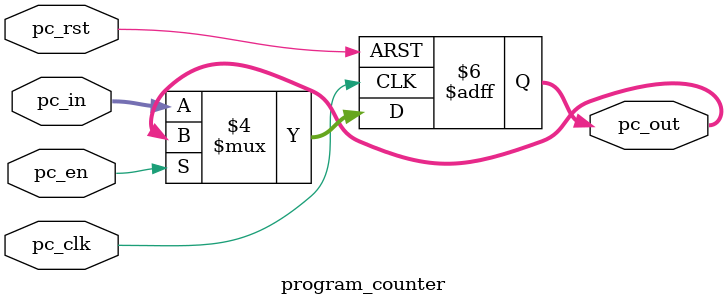
<source format=v>
module program_counter 
(
    input [31:0]pc_in,   // pc intput value
    input pc_clk,   // pc clk
    input pc_rst,   //  pc reset
    input pc_en,
    output reg [31:0] pc_out // pc output

);

  always @(posedge pc_clk or negedge pc_rst) begin
    if(!pc_rst)
        pc_out <= 0;

    else if (!pc_en)begin
        pc_out <= pc_in;
    end
end

endmodule
</source>
